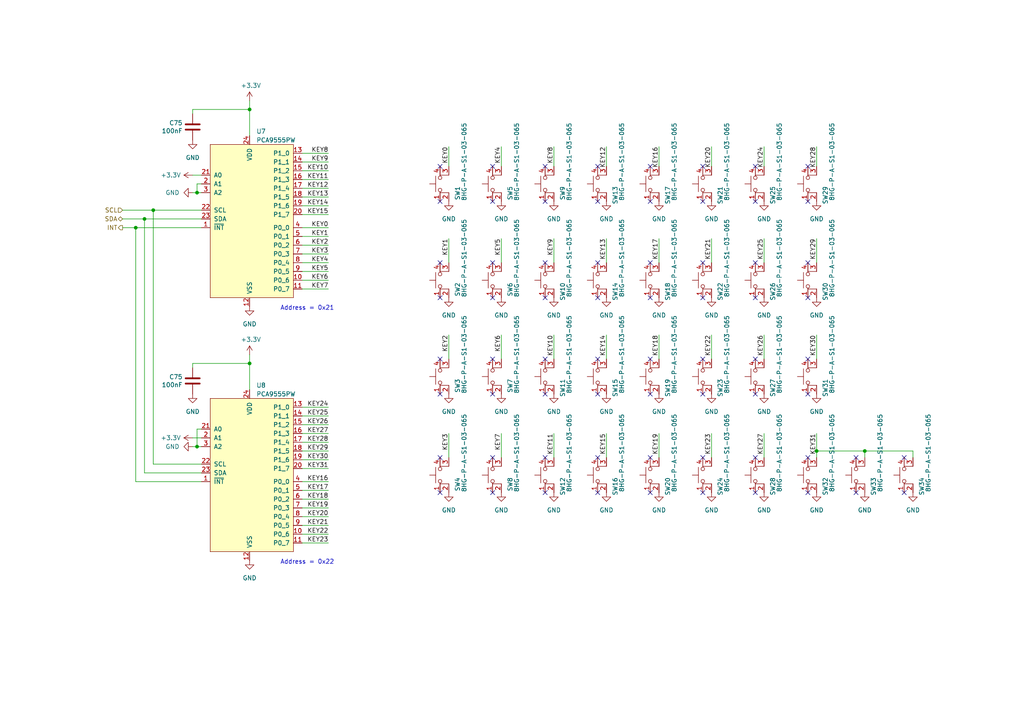
<source format=kicad_sch>
(kicad_sch (version 20230409) (generator eeschema)
  (paper "A4")
  (lib_symbols
    (symbol "Device:C" (pin_numbers hide) (pin_names (offset 0.254))
      (property "Reference" "C" (at 0.635 2.54 0))
      (property "Value" "C" (at 0.635 -2.54 0))
      (symbol "C_0_1"
        (polyline (pts (xy -2.032 -0.762) (xy 2.032 -0.762)) (stroke (width 0.508)))
        (polyline (pts (xy -2.032 0.762) (xy 2.032 0.762)) (stroke (width 0.508)))
      )
      (symbol "C_1_1"
        (pin passive line (at 0 3.81 270) (length 2.794) (name "~") (number "1"))
        (pin passive line (at 0 -3.81 90) (length 2.794) (name "~") (number "2"))
      )
    )
    (symbol "j_Interface_Expansion:PCA9555" (pin_names (offset 1.016))
      (property "Reference" "U" (at 0 0 0))
      (property "Value" "PCA9555" (at 0 -3.81 0))
      (symbol "PCA9555_0_1"
        (rectangle (start 12.7 21.59) (end -11.43 -22.86) (fill (type background)))
      )
      (symbol "PCA9555_1_1"
        (pin open_collector line (at -13.97 -2.54 0) (length 2.54) (name "~{INT}") (number "1"))
        (pin bidirectional line (at 15.24 -17.78 180) (length 2.54) (name "P0_6") (number "10"))
        (pin bidirectional line (at 15.24 -20.32 180) (length 2.54) (name "P0_7") (number "11"))
        (pin power_in line (at 0 -25.4 90) (length 2.54) (name "VSS") (number "12"))
        (pin bidirectional line (at 15.24 19.05 180) (length 2.54) (name "P1_0") (number "13"))
        (pin bidirectional line (at 15.24 16.51 180) (length 2.54) (name "P1_1") (number "14"))
        (pin bidirectional line (at 15.24 13.97 180) (length 2.54) (name "P1_2") (number "15"))
        (pin bidirectional line (at 15.24 11.43 180) (length 2.54) (name "P1_3") (number "16"))
        (pin bidirectional line (at 15.24 8.89 180) (length 2.54) (name "P1_4") (number "17"))
        (pin bidirectional line (at 15.24 6.35 180) (length 2.54) (name "P1_5") (number "18"))
        (pin bidirectional line (at 15.24 3.81 180) (length 2.54) (name "P1_6") (number "19"))
        (pin input line (at -13.97 10.16 0) (length 2.54) (name "A1") (number "2"))
        (pin bidirectional line (at 15.24 1.27 180) (length 2.54) (name "P1_7") (number "20"))
        (pin input line (at -13.97 12.7 0) (length 2.54) (name "A0") (number "21"))
        (pin input line (at -13.97 2.54 0) (length 2.54) (name "SCL") (number "22"))
        (pin bidirectional line (at -13.97 0 0) (length 2.54) (name "SDA") (number "23"))
        (pin power_in line (at 0 24.13 270) (length 2.54) (name "VDD") (number "24"))
        (pin input line (at -13.97 7.62 0) (length 2.54) (name "A2") (number "3"))
        (pin bidirectional line (at 15.24 -2.54 180) (length 2.54) (name "P0_0") (number "4"))
        (pin bidirectional line (at 15.24 -5.08 180) (length 2.54) (name "P0_1") (number "5"))
        (pin bidirectional line (at 15.24 -7.62 180) (length 2.54) (name "P0_2") (number "6"))
        (pin bidirectional line (at 15.24 -10.16 180) (length 2.54) (name "P0_3") (number "7"))
        (pin bidirectional line (at 15.24 -12.7 180) (length 2.54) (name "P0_4") (number "8"))
        (pin bidirectional line (at 15.24 -15.24 180) (length 2.54) (name "P0_5") (number "9"))
      )
    )
    (symbol "j_Switch:8HG" (pin_names (offset 1.016) hide)
      (property "Reference" "SW" (at 0.635 5.715 0))
      (property "Value" "8HG" (at 0 -3.175 0))
      (symbol "8HG_0_1"
        (circle (center -1.778 2.54) (radius 0.508))
        (polyline (pts (xy -2.286 3.81) (xy 2.286 3.81)))
        (polyline (pts (xy 0 3.81) (xy 0 5.588)))
        (polyline (pts (xy -2.54 0) (xy -2.54 2.54) (xy -2.286 2.54)))
        (polyline (pts (xy 2.54 0) (xy 2.54 2.54) (xy 2.286 2.54)))
        (circle (center 1.778 2.54) (radius 0.508))
        (pin passive line (at -5.08 2.54 0) (length 2.54) (name "1") (number "1"))
        (pin passive line (at -5.08 0 0) (length 2.54) (name "2") (number "2"))
        (pin passive line (at 5.08 0 180) (length 2.54) (name "K") (number "3"))
        (pin passive line (at 5.08 2.54 180) (length 2.54) (name "A") (number "4"))
      )
    )
    (symbol "power:+3.3V" (power) (pin_names (offset 0))
      (property "Value" "+3.3V" (at 0 3.556 0))
      (symbol "+3.3V_0_1"
        (polyline (pts (xy -0.762 1.27) (xy 0 2.54)))
        (polyline (pts (xy 0 0) (xy 0 2.54)))
        (polyline (pts (xy 0 2.54) (xy 0.762 1.27)))
      )
      (symbol "+3.3V_1_1"
        (pin power_in line (at 0 0 90) (length 0) hide (name "+3.3V") (number "1"))
      )
    )
    (symbol "power:GND" (power) (pin_names (offset 0))
      (property "Value" "GND" (at 0 -3.81 0))
      (symbol "GND_0_1"
        (polyline (pts (xy 0 0) (xy 0 -1.27) (xy 1.27 -1.27) (xy 0 -2.54) (xy -1.27 -1.27) (xy 0 -1.27)))
      )
      (symbol "GND_1_1"
        (pin power_in line (at 0 0 270) (length 0) hide (name "GND") (number "1"))
      )
    )
  )
  (junction (at 44.45 60.96))
  (junction (at 41.91 63.5))
  (junction (at 72.39 105.41))
  (junction (at 250.825 130.81))
  (junction (at 57.15 55.88))
  (junction (at 57.15 129.54))
  (junction (at 39.37 66.04))
  (junction (at 236.855 130.81))
  (junction (at 72.39 31.75))
  (no_connect (at 142.875 132.715))
  (no_connect (at 127.635 48.26))
  (no_connect (at 203.835 58.42))
  (no_connect (at 203.835 114.3))
  (no_connect (at 127.635 132.715))
  (no_connect (at 203.835 132.715))
  (no_connect (at 142.875 58.42))
  (no_connect (at 158.115 114.3))
  (no_connect (at 262.255 132.715))
  (no_connect (at 142.875 76.2))
  (no_connect (at 158.115 132.715))
  (no_connect (at 248.285 132.715))
  (no_connect (at 219.075 114.3))
  (no_connect (at 203.835 86.36))
  (no_connect (at 234.315 114.3))
  (no_connect (at 203.835 48.26))
  (no_connect (at 219.075 76.2))
  (no_connect (at 219.075 132.715))
  (no_connect (at 173.355 142.875))
  (no_connect (at 188.595 58.42))
  (no_connect (at 219.075 58.42))
  (no_connect (at 234.315 104.14))
  (no_connect (at 127.635 114.3))
  (no_connect (at 203.835 104.14))
  (no_connect (at 188.595 76.2))
  (no_connect (at 158.115 86.36))
  (no_connect (at 158.115 104.14))
  (no_connect (at 127.635 104.14))
  (no_connect (at 188.595 142.875))
  (no_connect (at 142.875 48.26))
  (no_connect (at 173.355 48.26))
  (no_connect (at 173.355 58.42))
  (no_connect (at 219.075 104.14))
  (no_connect (at 158.115 142.875))
  (no_connect (at 158.115 76.2))
  (no_connect (at 173.355 104.14))
  (no_connect (at 203.835 142.875))
  (no_connect (at 234.315 86.36))
  (no_connect (at 158.115 48.26))
  (no_connect (at 142.875 114.3))
  (no_connect (at 234.315 132.715))
  (no_connect (at 158.115 58.42))
  (no_connect (at 188.595 114.3))
  (no_connect (at 173.355 76.2))
  (no_connect (at 127.635 76.2))
  (no_connect (at 142.875 104.14))
  (no_connect (at 234.315 48.26))
  (no_connect (at 188.595 86.36))
  (no_connect (at 234.315 76.2))
  (no_connect (at 219.075 48.26))
  (no_connect (at 173.355 114.3))
  (no_connect (at 173.355 132.715))
  (no_connect (at 203.835 76.2))
  (no_connect (at 219.075 142.875))
  (no_connect (at 234.315 58.42))
  (no_connect (at 142.875 86.36))
  (no_connect (at 188.595 48.26))
  (no_connect (at 188.595 104.14))
  (no_connect (at 262.255 142.875))
  (no_connect (at 219.075 86.36))
  (no_connect (at 173.355 86.36))
  (no_connect (at 127.635 86.36))
  (no_connect (at 248.285 142.875))
  (no_connect (at 142.875 142.875))
  (no_connect (at 127.635 142.875))
  (no_connect (at 234.315 142.875))
  (no_connect (at 188.595 132.715))
  (no_connect (at 127.635 58.42))
  (wire (pts (xy 95.25 78.74) (xy 87.63 78.74)))
  (wire (pts (xy 191.135 125.73) (xy 191.135 132.715)))
  (wire (pts (xy 130.175 42.545) (xy 130.175 48.26)))
  (wire (pts (xy 57.15 124.46) (xy 58.42 124.46)))
  (wire (pts (xy 39.37 66.04) (xy 58.42 66.04)))
  (wire (pts (xy 95.25 130.81) (xy 87.63 130.81)))
  (wire (pts (xy 35.56 60.96) (xy 44.45 60.96)))
  (wire (pts (xy 206.375 125.73) (xy 206.375 132.715)))
  (wire (pts (xy 39.37 66.04) (xy 39.37 139.7)))
  (wire (pts (xy 95.25 68.58) (xy 87.63 68.58)))
  (wire (pts (xy 57.15 53.34) (xy 57.15 55.88)))
  (wire (pts (xy 57.15 129.54) (xy 57.15 124.46)))
  (wire (pts (xy 95.25 144.78) (xy 87.63 144.78)))
  (wire (pts (xy 236.855 125.73) (xy 236.855 130.81)))
  (wire (pts (xy 95.25 46.99) (xy 87.63 46.99)))
  (wire (pts (xy 145.415 97.155) (xy 145.415 104.14)))
  (wire (pts (xy 95.25 66.04) (xy 87.63 66.04)))
  (wire (pts (xy 160.655 97.155) (xy 160.655 104.14)))
  (wire (pts (xy 95.25 139.7) (xy 87.63 139.7)))
  (wire (pts (xy 95.25 54.61) (xy 87.63 54.61)))
  (wire (pts (xy 236.855 42.545) (xy 236.855 48.26)))
  (wire (pts (xy 35.56 63.5) (xy 41.91 63.5)))
  (wire (pts (xy 191.135 69.215) (xy 191.135 76.2)))
  (wire (pts (xy 191.135 42.545) (xy 191.135 48.26)))
  (wire (pts (xy 95.25 76.2) (xy 87.63 76.2)))
  (wire (pts (xy 95.25 154.94) (xy 87.63 154.94)))
  (wire (pts (xy 95.25 81.28) (xy 87.63 81.28)))
  (wire (pts (xy 160.655 42.545) (xy 160.655 48.26)))
  (wire (pts (xy 57.15 129.54) (xy 55.88 129.54)))
  (wire (pts (xy 44.45 60.96) (xy 44.45 134.62)))
  (wire (pts (xy 236.855 69.215) (xy 236.855 76.2)))
  (wire (pts (xy 145.415 69.215) (xy 145.415 76.2)))
  (wire (pts (xy 175.895 42.545) (xy 175.895 48.26)))
  (wire (pts (xy 55.88 105.41) (xy 72.39 105.41)))
  (wire (pts (xy 206.375 97.155) (xy 206.375 104.14)))
  (wire (pts (xy 72.39 31.75) (xy 72.39 39.37)))
  (wire (pts (xy 95.25 120.65) (xy 87.63 120.65)))
  (wire (pts (xy 95.25 123.19) (xy 87.63 123.19)))
  (wire (pts (xy 58.42 137.16) (xy 41.91 137.16)))
  (wire (pts (xy 160.655 69.215) (xy 160.655 76.2)))
  (wire (pts (xy 95.25 59.69) (xy 87.63 59.69)))
  (wire (pts (xy 44.45 60.96) (xy 58.42 60.96)))
  (wire (pts (xy 95.25 125.73) (xy 87.63 125.73)))
  (wire (pts (xy 35.56 66.04) (xy 39.37 66.04)))
  (wire (pts (xy 130.175 125.73) (xy 130.175 132.715)))
  (wire (pts (xy 95.25 44.45) (xy 87.63 44.45)))
  (wire (pts (xy 236.855 130.81) (xy 250.825 130.81)))
  (wire (pts (xy 95.25 52.07) (xy 87.63 52.07)))
  (wire (pts (xy 95.25 118.11) (xy 87.63 118.11)))
  (wire (pts (xy 145.415 125.73) (xy 145.415 132.715)))
  (wire (pts (xy 95.25 73.66) (xy 87.63 73.66)))
  (wire (pts (xy 55.88 55.88) (xy 57.15 55.88)))
  (wire (pts (xy 95.25 83.82) (xy 87.63 83.82)))
  (wire (pts (xy 221.615 69.215) (xy 221.615 76.2)))
  (wire (pts (xy 72.39 105.41) (xy 72.39 113.03)))
  (wire (pts (xy 175.895 97.155) (xy 175.895 104.14)))
  (wire (pts (xy 55.88 105.41) (xy 55.88 106.68)))
  (wire (pts (xy 95.25 157.48) (xy 87.63 157.48)))
  (wire (pts (xy 206.375 42.545) (xy 206.375 48.26)))
  (wire (pts (xy 58.42 139.7) (xy 39.37 139.7)))
  (wire (pts (xy 55.88 127) (xy 58.42 127)))
  (wire (pts (xy 58.42 129.54) (xy 57.15 129.54)))
  (wire (pts (xy 95.25 142.24) (xy 87.63 142.24)))
  (wire (pts (xy 130.175 97.155) (xy 130.175 104.14)))
  (wire (pts (xy 41.91 63.5) (xy 41.91 137.16)))
  (wire (pts (xy 95.25 71.12) (xy 87.63 71.12)))
  (wire (pts (xy 95.25 149.86) (xy 87.63 149.86)))
  (wire (pts (xy 175.895 125.73) (xy 175.895 132.715)))
  (wire (pts (xy 95.25 49.53) (xy 87.63 49.53)))
  (wire (pts (xy 221.615 97.155) (xy 221.615 104.14)))
  (wire (pts (xy 55.88 31.75) (xy 55.88 33.02)))
  (wire (pts (xy 72.39 29.21) (xy 72.39 31.75)))
  (wire (pts (xy 191.135 97.155) (xy 191.135 104.14)))
  (wire (pts (xy 95.25 133.35) (xy 87.63 133.35)))
  (wire (pts (xy 175.895 69.215) (xy 175.895 76.2)))
  (wire (pts (xy 95.25 57.15) (xy 87.63 57.15)))
  (wire (pts (xy 221.615 125.73) (xy 221.615 132.715)))
  (wire (pts (xy 160.655 125.73) (xy 160.655 132.715)))
  (wire (pts (xy 250.825 130.81) (xy 250.825 132.715)))
  (wire (pts (xy 72.39 102.87) (xy 72.39 105.41)))
  (wire (pts (xy 95.25 62.23) (xy 87.63 62.23)))
  (wire (pts (xy 130.175 69.215) (xy 130.175 76.2)))
  (wire (pts (xy 145.415 42.545) (xy 145.415 48.26)))
  (wire (pts (xy 236.855 130.81) (xy 236.855 132.715)))
  (wire (pts (xy 58.42 53.34) (xy 57.15 53.34)))
  (wire (pts (xy 41.91 63.5) (xy 58.42 63.5)))
  (wire (pts (xy 44.45 134.62) (xy 58.42 134.62)))
  (wire (pts (xy 95.25 147.32) (xy 87.63 147.32)))
  (wire (pts (xy 55.88 50.8) (xy 58.42 50.8)))
  (wire (pts (xy 236.855 97.155) (xy 236.855 104.14)))
  (wire (pts (xy 264.795 130.81) (xy 250.825 130.81)))
  (wire (pts (xy 264.795 132.715) (xy 264.795 130.81)))
  (wire (pts (xy 95.25 152.4) (xy 87.63 152.4)))
  (wire (pts (xy 95.25 135.89) (xy 87.63 135.89)))
  (wire (pts (xy 206.375 69.215) (xy 206.375 76.2)))
  (wire (pts (xy 95.25 128.27) (xy 87.63 128.27)))
  (wire (pts (xy 57.15 55.88) (xy 58.42 55.88)))
  (wire (pts (xy 221.615 42.545) (xy 221.615 48.26)))
  (wire (pts (xy 55.88 31.75) (xy 72.39 31.75)))
  (text "Address = 0x21" (at 81.28 90.17 0) (effects (font (size 1.27 1.27)) (justify left bottom)))
  (text "Address = 0x22" (at 81.28 163.83 0) (effects (font (size 1.27 1.27)) (justify left bottom)))
  (label "KEY15" (at 95.25 62.23 180))
  (label "KEY28" (at 236.855 42.545 270))
  (label "KEY9" (at 95.25 46.99 180))
  (label "KEY21" (at 95.25 152.4 180))
  (label "KEY8" (at 95.25 44.45 180))
  (label "KEY14" (at 95.25 59.69 180))
  (label "KEY27" (at 221.615 125.73 270))
  (label "KEY29" (at 236.855 69.215 270))
  (label "KEY21" (at 206.375 69.215 270))
  (label "KEY7" (at 145.415 125.73 270))
  (label "KEY20" (at 206.375 42.545 270))
  (label "KEY15" (at 175.895 125.73 270))
  (label "KEY13" (at 175.895 69.215 270))
  (label "KEY22" (at 206.375 97.155 270))
  (label "KEY29" (at 95.25 130.81 180))
  (label "KEY2" (at 95.25 71.12 180))
  (label "KEY25" (at 221.615 69.215 270))
  (label "KEY4" (at 95.25 76.2 180))
  (label "KEY28" (at 95.25 128.27 180))
  (label "KEY31" (at 236.855 125.73 270))
  (label "KEY10" (at 95.25 49.53 180))
  (label "KEY12" (at 175.895 42.545 270))
  (label "KEY19" (at 95.25 147.32 180))
  (label "KEY7" (at 95.25 83.82 180))
  (label "KEY12" (at 95.25 54.61 180))
  (label "KEY4" (at 145.415 42.545 270))
  (label "KEY27" (at 95.25 125.73 180))
  (label "KEY9" (at 160.655 69.215 270))
  (label "KEY17" (at 191.135 69.215 270))
  (label "KEY8" (at 160.655 42.545 270))
  (label "KEY17" (at 95.25 142.24 180))
  (label "KEY3" (at 130.175 125.73 270))
  (label "KEY14" (at 175.895 97.155 270))
  (label "KEY6" (at 95.25 81.28 180))
  (label "KEY6" (at 145.415 97.155 270))
  (label "KEY16" (at 95.25 139.7 180))
  (label "KEY1" (at 130.175 69.215 270))
  (label "KEY2" (at 130.175 97.155 270))
  (label "KEY5" (at 145.415 69.215 270))
  (label "KEY11" (at 95.25 52.07 180))
  (label "KEY31" (at 95.25 135.89 180))
  (label "KEY11" (at 160.655 125.73 270))
  (label "KEY24" (at 221.615 42.545 270))
  (label "KEY23" (at 206.375 125.73 270))
  (label "KEY5" (at 95.25 78.74 180))
  (label "KEY19" (at 191.135 125.73 270))
  (label "KEY18" (at 95.25 144.78 180))
  (label "KEY20" (at 95.25 149.86 180))
  (label "KEY24" (at 95.25 118.11 180))
  (label "KEY30" (at 95.25 133.35 180))
  (label "KEY25" (at 95.25 120.65 180))
  (label "KEY1" (at 95.25 68.58 180))
  (label "KEY0" (at 95.25 66.04 180))
  (label "KEY10" (at 160.655 97.155 270))
  (label "KEY13" (at 95.25 57.15 180))
  (label "KEY26" (at 221.615 97.155 270))
  (label "KEY26" (at 95.25 123.19 180))
  (label "KEY23" (at 95.25 157.48 180))
  (label "KEY16" (at 191.135 42.545 270))
  (label "KEY18" (at 191.135 97.155 270))
  (label "KEY22" (at 95.25 154.94 180))
  (label "KEY0" (at 130.175 42.545 270))
  (label "KEY3" (at 95.25 73.66 180))
  (label "KEY30" (at 236.855 97.155 270))
  (hierarchical_label "SCL" (shape input) (at 35.56 60.96 180))
  (hierarchical_label "SDA" (shape bidirectional) (at 35.56 63.5 180))
  (hierarchical_label "INT" (shape output) (at 35.56 66.04 180))
  (symbol (lib_id "j_Switch:8HG") (at 206.375 109.22 90) (unit 1)
    (property "Reference" "SW23" (at 208.915 109.855 0) (effects (justify right)))
    (property "Value" "8HG-P-A-S1-03-065" (at 210.82 91.44 0) (effects (justify right)))
    (property "Footprint" "jeffmakes-footprints:SW_SPST_TACT_6x6_REV_MOUNT" (effects hide))
    (property "Datasheet" "http://www.apem.com/int/index.php?controller=attachment&id_attachment=1371" (effects hide))
    (property "Manufacturer" "Laxxscom" (effects hide))
    (property "MPN" "8HG" (effects hide))
  )
  (symbol (lib_id "j_Switch:8HG") (at 145.415 109.22 90) (unit 1)
    (property "Reference" "SW7" (at 147.955 109.855 0) (effects (justify right)))
    (property "Value" "8HG-P-A-S1-03-065" (at 149.86 91.44 0) (effects (justify right)))
    (property "Footprint" "jeffmakes-footprints:SW_SPST_TACT_6x6_REV_MOUNT" (effects hide))
    (property "Datasheet" "http://www.apem.com/int/index.php?controller=attachment&id_attachment=1371" (effects hide))
    (property "Manufacturer" "Laxxscom" (effects hide))
    (property "MPN" "8HG" (effects hide))
  )
  (symbol (lib_id "power:GND") (at 160.655 142.875 0) (unit 1)
    (property "Reference" "#PWR0111" (effects hide))
    (property "Value" "GND" (at 160.655 147.955 0))
  )
  (symbol (lib_id "Device:C") (at 55.88 110.49 0) (mirror y) (unit 1)
    (property "Reference" "C75" (at 52.959 109.3216 0) (effects (justify left)))
    (property "Value" "100nF" (at 52.959 111.633 0) (effects (justify left)))
    (property "Footprint" "Capacitor_SMD:C_0402_1005Metric" (effects hide))
    (instances (project "tr23-badge-r2" (path "" (reference "C75") (unit 1)) (path "" (reference "C40") (unit 1))))
  )
  (symbol (lib_id "j_Switch:8HG") (at 221.615 81.28 90) (unit 1)
    (property "Reference" "SW26" (at 224.155 81.915 0) (effects (justify right)))
    (property "Value" "8HG-P-A-S1-03-065" (at 226.06 63.5 0) (effects (justify right)))
    (property "Footprint" "jeffmakes-footprints:SW_SPST_TACT_6x6_REV_MOUNT" (effects hide))
    (property "Datasheet" "http://www.apem.com/int/index.php?controller=attachment&id_attachment=1371" (effects hide))
    (property "Manufacturer" "Laxxscom" (effects hide))
    (property "MPN" "8HG" (effects hide))
  )
  (symbol (lib_id "j_Switch:8HG") (at 175.895 53.34 90) (unit 1)
    (property "Reference" "SW13" (at 178.435 53.975 0) (effects (justify right)))
    (property "Value" "8HG-P-A-S1-03-065" (at 180.34 35.56 0) (effects (justify right)))
    (property "Footprint" "jeffmakes-footprints:SW_SPST_TACT_6x6_REV_MOUNT" (effects hide))
    (property "Datasheet" "http://www.apem.com/int/index.php?controller=attachment&id_attachment=1371" (effects hide))
    (property "Manufacturer" "Laxxscom" (effects hide))
    (property "MPN" "8HG" (effects hide))
  )
  (symbol (lib_id "power:GND") (at 206.375 114.3 0) (unit 1)
    (property "Reference" "#PWR0122" (effects hide))
    (property "Value" "GND" (at 206.375 119.38 0))
  )
  (symbol (lib_id "power:GND") (at 236.855 58.42 0) (unit 1)
    (property "Reference" "#PWR0128" (effects hide))
    (property "Value" "GND" (at 236.855 63.5 0))
  )
  (symbol (lib_id "power:GND") (at 55.88 55.88 270) (unit 1)
    (property "Reference" "#PWR092" (effects hide))
    (property "Value" "GND" (at 52.07 55.88 90) (effects (justify right)))
  )
  (symbol (lib_id "j_Switch:8HG") (at 175.895 109.22 90) (unit 1)
    (property "Reference" "SW15" (at 178.435 109.855 0) (effects (justify right)))
    (property "Value" "8HG-P-A-S1-03-065" (at 180.34 91.44 0) (effects (justify right)))
    (property "Footprint" "jeffmakes-footprints:SW_SPST_TACT_6x6_REV_MOUNT" (effects hide))
    (property "Datasheet" "http://www.apem.com/int/index.php?controller=attachment&id_attachment=1371" (effects hide))
    (property "Manufacturer" "Laxxscom" (effects hide))
    (property "MPN" "8HG" (effects hide))
  )
  (symbol (lib_id "j_Switch:8HG") (at 264.795 137.795 90) (unit 1)
    (property "Reference" "SW34" (at 267.335 138.43 0) (effects (justify right)))
    (property "Value" "8HG-P-A-S1-03-065" (at 269.24 120.015 0) (effects (justify right)))
    (property "Footprint" "jeffmakes-footprints:SW_SPST_TACT_6x6_REV_MOUNT" (effects hide))
    (property "Datasheet" "http://www.apem.com/int/index.php?controller=attachment&id_attachment=1371" (effects hide))
    (property "Manufacturer" "Laxxscom" (effects hide))
    (property "MPN" "8HG" (effects hide))
  )
  (symbol (lib_id "j_Switch:8HG") (at 160.655 109.22 90) (unit 1)
    (property "Reference" "SW11" (at 163.195 109.855 0) (effects (justify right)))
    (property "Value" "8HG-P-A-S1-03-065" (at 165.1 91.44 0) (effects (justify right)))
    (property "Footprint" "jeffmakes-footprints:SW_SPST_TACT_6x6_REV_MOUNT" (effects hide))
    (property "Datasheet" "http://www.apem.com/int/index.php?controller=attachment&id_attachment=1371" (effects hide))
    (property "Manufacturer" "Laxxscom" (effects hide))
    (property "MPN" "8HG" (effects hide))
  )
  (symbol (lib_id "power:GND") (at 160.655 86.36 0) (unit 1)
    (property "Reference" "#PWR0109" (effects hide))
    (property "Value" "GND" (at 160.655 91.44 0))
  )
  (symbol (lib_id "j_Switch:8HG") (at 221.615 109.22 90) (unit 1)
    (property "Reference" "SW27" (at 224.155 109.855 0) (effects (justify right)))
    (property "Value" "8HG-P-A-S1-03-065" (at 226.06 91.44 0) (effects (justify right)))
    (property "Footprint" "jeffmakes-footprints:SW_SPST_TACT_6x6_REV_MOUNT" (effects hide))
    (property "Datasheet" "http://www.apem.com/int/index.php?controller=attachment&id_attachment=1371" (effects hide))
    (property "Manufacturer" "Laxxscom" (effects hide))
    (property "MPN" "8HG" (effects hide))
  )
  (symbol (lib_id "power:GND") (at 145.415 142.875 0) (unit 1)
    (property "Reference" "#PWR0107" (effects hide))
    (property "Value" "GND" (at 145.415 147.955 0))
  )
  (symbol (lib_id "power:GND") (at 55.88 129.54 270) (unit 1)
    (property "Reference" "#PWR095" (effects hide))
    (property "Value" "GND" (at 52.07 129.54 90) (effects (justify right)))
  )
  (symbol (lib_id "j_Switch:8HG") (at 221.615 137.795 90) (unit 1)
    (property "Reference" "SW28" (at 224.155 138.43 0) (effects (justify right)))
    (property "Value" "8HG-P-A-S1-03-065" (at 226.06 120.015 0) (effects (justify right)))
    (property "Footprint" "jeffmakes-footprints:SW_SPST_TACT_6x6_REV_MOUNT" (effects hide))
    (property "Datasheet" "http://www.apem.com/int/index.php?controller=attachment&id_attachment=1371" (effects hide))
    (property "Manufacturer" "Laxxscom" (effects hide))
    (property "MPN" "8HG" (effects hide))
  )
  (symbol (lib_id "power:GND") (at 175.895 142.875 0) (unit 1)
    (property "Reference" "#PWR0115" (effects hide))
    (property "Value" "GND" (at 175.895 147.955 0))
  )
  (symbol (lib_id "power:GND") (at 130.175 58.42 0) (unit 1)
    (property "Reference" "#PWR0100" (effects hide))
    (property "Value" "GND" (at 130.175 63.5 0))
  )
  (symbol (lib_id "j_Switch:8HG") (at 221.615 53.34 90) (unit 1)
    (property "Reference" "SW25" (at 224.155 53.975 0) (effects (justify right)))
    (property "Value" "8HG-P-A-S1-03-065" (at 226.06 35.56 0) (effects (justify right)))
    (property "Footprint" "jeffmakes-footprints:SW_SPST_TACT_6x6_REV_MOUNT" (effects hide))
    (property "Datasheet" "http://www.apem.com/int/index.php?controller=attachment&id_attachment=1371" (effects hide))
    (property "Manufacturer" "Laxxscom" (effects hide))
    (property "MPN" "8HG" (effects hide))
  )
  (symbol (lib_id "power:GND") (at 236.855 142.875 0) (unit 1)
    (property "Reference" "#PWR0131" (effects hide))
    (property "Value" "GND" (at 236.855 147.955 0))
  )
  (symbol (lib_id "j_Switch:8HG") (at 236.855 109.22 90) (unit 1)
    (property "Reference" "SW31" (at 239.395 109.855 0) (effects (justify right)))
    (property "Value" "8HG-P-A-S1-03-065" (at 241.3 91.44 0) (effects (justify right)))
    (property "Footprint" "jeffmakes-footprints:SW_SPST_TACT_6x6_REV_MOUNT" (effects hide))
    (property "Datasheet" "http://www.apem.com/int/index.php?controller=attachment&id_attachment=1371" (effects hide))
    (property "Manufacturer" "Laxxscom" (effects hide))
    (property "MPN" "8HG" (effects hide))
  )
  (symbol (lib_id "power:GND") (at 145.415 114.3 0) (unit 1)
    (property "Reference" "#PWR0106" (effects hide))
    (property "Value" "GND" (at 145.415 119.38 0))
  )
  (symbol (lib_id "j_Switch:8HG") (at 175.895 81.28 90) (unit 1)
    (property "Reference" "SW14" (at 178.435 81.915 0) (effects (justify right)))
    (property "Value" "8HG-P-A-S1-03-065" (at 180.34 63.5 0) (effects (justify right)))
    (property "Footprint" "jeffmakes-footprints:SW_SPST_TACT_6x6_REV_MOUNT" (effects hide))
    (property "Datasheet" "http://www.apem.com/int/index.php?controller=attachment&id_attachment=1371" (effects hide))
    (property "Manufacturer" "Laxxscom" (effects hide))
    (property "MPN" "8HG" (effects hide))
  )
  (symbol (lib_id "j_Switch:8HG") (at 175.895 137.795 90) (unit 1)
    (property "Reference" "SW16" (at 178.435 138.43 0) (effects (justify right)))
    (property "Value" "8HG-P-A-S1-03-065" (at 180.34 120.015 0) (effects (justify right)))
    (property "Footprint" "jeffmakes-footprints:SW_SPST_TACT_6x6_REV_MOUNT" (effects hide))
    (property "Datasheet" "http://www.apem.com/int/index.php?controller=attachment&id_attachment=1371" (effects hide))
    (property "Manufacturer" "Laxxscom" (effects hide))
    (property "MPN" "8HG" (effects hide))
  )
  (symbol (lib_id "j_Interface_Expansion:PCA9555") (at 72.39 137.16 0) (unit 1)
    (property "Reference" "U8" (at 74.3459 111.76 0) (effects (justify left)))
    (property "Value" "PCA9555PW" (at 74.3459 114.3 0) (effects (justify left)))
    (property "Footprint" "Package_SO:TSSOP-24_4.4x7.8mm_P0.65mm" (effects hide))
    (property "MPN" "PCA9555PW" (effects hide))
    (property "LCSC" "C128392" (effects hide))
    (property "Manufacturer" "Texas Instruments" (effects hide))
  )
  (symbol (lib_id "j_Interface_Expansion:PCA9555") (at 72.39 63.5 0) (unit 1)
    (property "Reference" "U7" (at 74.3459 38.1 0) (effects (justify left)))
    (property "Value" "PCA9555PW" (at 74.3459 40.64 0) (effects (justify left)))
    (property "Footprint" "Package_SO:TSSOP-24_4.4x7.8mm_P0.65mm" (effects hide))
    (property "MPN" "PCA9555PW" (effects hide))
    (property "LCSC" "C128392" (effects hide))
    (property "Manufacturer" "Texas Instruments" (effects hide))
  )
  (symbol (lib_id "j_Switch:8HG") (at 145.415 137.795 90) (unit 1)
    (property "Reference" "SW8" (at 147.955 138.43 0) (effects (justify right)))
    (property "Value" "8HG-P-A-S1-03-065" (at 149.86 120.015 0) (effects (justify right)))
    (property "Footprint" "jeffmakes-footprints:SW_SPST_TACT_6x6_REV_MOUNT" (effects hide))
    (property "Datasheet" "http://www.apem.com/int/index.php?controller=attachment&id_attachment=1371" (effects hide))
    (property "Manufacturer" "Laxxscom" (effects hide))
    (property "MPN" "8HG" (effects hide))
  )
  (symbol (lib_id "power:GND") (at 191.135 58.42 0) (unit 1)
    (property "Reference" "#PWR0116" (effects hide))
    (property "Value" "GND" (at 191.135 63.5 0))
  )
  (symbol (lib_id "power:+3.3V") (at 72.39 29.21 0) (unit 1)
    (property "Reference" "#PWR038" (effects hide))
    (property "Value" "+3.3V" (at 72.771 24.8158 0))
    (instances (project "tr23-badge-r2" (path "" (reference "#PWR038") (unit 1)) (path "" (reference "#PWR096") (unit 1))))
  )
  (symbol (lib_id "j_Switch:8HG") (at 160.655 137.795 90) (unit 1)
    (property "Reference" "SW12" (at 163.195 138.43 0) (effects (justify right)))
    (property "Value" "8HG-P-A-S1-03-065" (at 165.1 120.015 0) (effects (justify right)))
    (property "Footprint" "jeffmakes-footprints:SW_SPST_TACT_6x6_REV_MOUNT" (effects hide))
    (property "Datasheet" "http://www.apem.com/int/index.php?controller=attachment&id_attachment=1371" (effects hide))
    (property "Manufacturer" "Laxxscom" (effects hide))
    (property "MPN" "8HG" (effects hide))
  )
  (symbol (lib_id "power:GND") (at 175.895 114.3 0) (unit 1)
    (property "Reference" "#PWR0114" (effects hide))
    (property "Value" "GND" (at 175.895 119.38 0))
  )
  (symbol (lib_id "j_Switch:8HG") (at 250.825 137.795 90) (unit 1)
    (property "Reference" "SW33" (at 253.365 138.43 0) (effects (justify right)))
    (property "Value" "8HG-P-A-S1-03-065" (at 255.27 120.015 0) (effects (justify right)))
    (property "Footprint" "jeffmakes-footprints:SW_SPST_TACT_6x6_REV_MOUNT" (effects hide))
    (property "Datasheet" "http://www.apem.com/int/index.php?controller=attachment&id_attachment=1371" (effects hide))
    (property "Manufacturer" "Laxxscom" (effects hide))
    (property "MPN" "8HG" (effects hide))
  )
  (symbol (lib_id "power:GND") (at 130.175 114.3 0) (unit 1)
    (property "Reference" "#PWR0102" (effects hide))
    (property "Value" "GND" (at 130.175 119.38 0))
  )
  (symbol (lib_id "power:GND") (at 206.375 86.36 0) (unit 1)
    (property "Reference" "#PWR0121" (effects hide))
    (property "Value" "GND" (at 206.375 91.44 0))
  )
  (symbol (lib_id "power:GND") (at 264.795 142.875 0) (unit 1)
    (property "Reference" "#PWR0153" (effects hide))
    (property "Value" "GND" (at 264.795 147.955 0))
  )
  (symbol (lib_id "j_Switch:8HG") (at 130.175 81.28 90) (unit 1)
    (property "Reference" "SW2" (at 132.715 81.915 0) (effects (justify right)))
    (property "Value" "8HG-P-A-S1-03-065" (at 134.62 63.5 0) (effects (justify right)))
    (property "Footprint" "jeffmakes-footprints:SW_SPST_TACT_6x6_REV_MOUNT" (effects hide))
    (property "Datasheet" "http://www.apem.com/int/index.php?controller=attachment&id_attachment=1371" (effects hide))
    (property "Manufacturer" "Laxxscom" (effects hide))
    (property "MPN" "8HG" (effects hide))
  )
  (symbol (lib_id "power:+3.3V") (at 55.88 50.8 90) (unit 1)
    (property "Reference" "#PWR038" (effects hide))
    (property "Value" "+3.3V" (at 49.53 50.8 90))
    (instances (project "tr23-badge-r2" (path "" (reference "#PWR038") (unit 1)) (path "" (reference "#PWR091") (unit 1))))
  )
  (symbol (lib_id "j_Switch:8HG") (at 191.135 109.22 90) (unit 1)
    (property "Reference" "SW19" (at 193.675 109.855 0) (effects (justify right)))
    (property "Value" "8HG-P-A-S1-03-065" (at 195.58 91.44 0) (effects (justify right)))
    (property "Footprint" "jeffmakes-footprints:SW_SPST_TACT_6x6_REV_MOUNT" (effects hide))
    (property "Datasheet" "http://www.apem.com/int/index.php?controller=attachment&id_attachment=1371" (effects hide))
    (property "Manufacturer" "Laxxscom" (effects hide))
    (property "MPN" "8HG" (effects hide))
  )
  (symbol (lib_id "j_Switch:8HG") (at 206.375 53.34 90) (unit 1)
    (property "Reference" "SW21" (at 208.915 53.975 0) (effects (justify right)))
    (property "Value" "8HG-P-A-S1-03-065" (at 210.82 35.56 0) (effects (justify right)))
    (property "Footprint" "jeffmakes-footprints:SW_SPST_TACT_6x6_REV_MOUNT" (effects hide))
    (property "Datasheet" "http://www.apem.com/int/index.php?controller=attachment&id_attachment=1371" (effects hide))
    (property "Manufacturer" "Laxxscom" (effects hide))
    (property "MPN" "8HG" (effects hide))
  )
  (symbol (lib_id "j_Switch:8HG") (at 130.175 137.795 90) (unit 1)
    (property "Reference" "SW4" (at 132.715 138.43 0) (effects (justify right)))
    (property "Value" "8HG-P-A-S1-03-065" (at 134.62 120.015 0) (effects (justify right)))
    (property "Footprint" "jeffmakes-footprints:SW_SPST_TACT_6x6_REV_MOUNT" (effects hide))
    (property "Datasheet" "http://www.apem.com/int/index.php?controller=attachment&id_attachment=1371" (effects hide))
    (property "Manufacturer" "Laxxscom" (effects hide))
    (property "MPN" "8HG" (effects hide))
  )
  (symbol (lib_id "power:GND") (at 145.415 58.42 0) (unit 1)
    (property "Reference" "#PWR0104" (effects hide))
    (property "Value" "GND" (at 145.415 63.5 0))
  )
  (symbol (lib_id "Device:C") (at 55.88 36.83 0) (mirror y) (unit 1)
    (property "Reference" "C75" (at 52.959 35.6616 0) (effects (justify left)))
    (property "Value" "100nF" (at 52.959 37.973 0) (effects (justify left)))
    (property "Footprint" "Capacitor_SMD:C_0402_1005Metric" (effects hide))
    (instances (project "tr23-badge-r2" (path "" (reference "C75") (unit 1)) (path "" (reference "C39") (unit 1))))
  )
  (symbol (lib_id "power:GND") (at 55.88 114.3 0) (unit 1)
    (property "Reference" "#PWR093" (effects hide))
    (property "Value" "GND" (at 55.88 119.38 0))
  )
  (symbol (lib_id "j_Switch:8HG") (at 191.135 81.28 90) (unit 1)
    (property "Reference" "SW18" (at 193.675 81.915 0) (effects (justify right)))
    (property "Value" "8HG-P-A-S1-03-065" (at 195.58 63.5 0) (effects (justify right)))
    (property "Footprint" "jeffmakes-footprints:SW_SPST_TACT_6x6_REV_MOUNT" (effects hide))
    (property "Datasheet" "http://www.apem.com/int/index.php?controller=attachment&id_attachment=1371" (effects hide))
    (property "Manufacturer" "Laxxscom" (effects hide))
    (property "MPN" "8HG" (effects hide))
  )
  (symbol (lib_id "power:GND") (at 221.615 58.42 0) (unit 1)
    (property "Reference" "#PWR0124" (effects hide))
    (property "Value" "GND" (at 221.615 63.5 0))
  )
  (symbol (lib_id "power:GND") (at 72.39 162.56 0) (unit 1)
    (property "Reference" "#PWR099" (effects hide))
    (property "Value" "GND" (at 72.39 167.64 0))
  )
  (symbol (lib_id "j_Switch:8HG") (at 160.655 81.28 90) (unit 1)
    (property "Reference" "SW10" (at 163.195 81.915 0) (effects (justify right)))
    (property "Value" "8HG-P-A-S1-03-065" (at 165.1 63.5 0) (effects (justify right)))
    (property "Footprint" "jeffmakes-footprints:SW_SPST_TACT_6x6_REV_MOUNT" (effects hide))
    (property "Datasheet" "http://www.apem.com/int/index.php?controller=attachment&id_attachment=1371" (effects hide))
    (property "Manufacturer" "Laxxscom" (effects hide))
    (property "MPN" "8HG" (effects hide))
  )
  (symbol (lib_id "power:GND") (at 191.135 86.36 0) (unit 1)
    (property "Reference" "#PWR0117" (effects hide))
    (property "Value" "GND" (at 191.135 91.44 0))
  )
  (symbol (lib_id "power:GND") (at 160.655 58.42 0) (unit 1)
    (property "Reference" "#PWR0108" (effects hide))
    (property "Value" "GND" (at 160.655 63.5 0))
  )
  (symbol (lib_id "j_Switch:8HG") (at 206.375 137.795 90) (unit 1)
    (property "Reference" "SW24" (at 208.915 138.43 0) (effects (justify right)))
    (property "Value" "8HG-P-A-S1-03-065" (at 210.82 120.015 0) (effects (justify right)))
    (property "Footprint" "jeffmakes-footprints:SW_SPST_TACT_6x6_REV_MOUNT" (effects hide))
    (property "Datasheet" "http://www.apem.com/int/index.php?controller=attachment&id_attachment=1371" (effects hide))
    (property "Manufacturer" "Laxxscom" (effects hide))
    (property "MPN" "8HG" (effects hide))
  )
  (symbol (lib_id "j_Switch:8HG") (at 130.175 53.34 90) (unit 1)
    (property "Reference" "SW1" (at 132.715 53.975 0) (effects (justify right)))
    (property "Value" "8HG-P-A-S1-03-065" (at 134.62 35.56 0) (effects (justify right)))
    (property "Footprint" "jeffmakes-footprints:SW_SPST_TACT_6x6_REV_MOUNT" (effects hide))
    (property "Datasheet" "http://www.apem.com/int/index.php?controller=attachment&id_attachment=1371" (effects hide))
    (property "Manufacturer" "Laxxscom" (effects hide))
    (property "MPN" "8HG" (effects hide))
  )
  (symbol (lib_id "power:GND") (at 206.375 142.875 0) (unit 1)
    (property "Reference" "#PWR0123" (effects hide))
    (property "Value" "GND" (at 206.375 147.955 0))
  )
  (symbol (lib_id "j_Switch:8HG") (at 130.175 109.22 90) (unit 1)
    (property "Reference" "SW3" (at 132.715 109.855 0) (effects (justify right)))
    (property "Value" "8HG-P-A-S1-03-065" (at 134.62 91.44 0) (effects (justify right)))
    (property "Footprint" "jeffmakes-footprints:SW_SPST_TACT_6x6_REV_MOUNT" (effects hide))
    (property "Datasheet" "http://www.apem.com/int/index.php?controller=attachment&id_attachment=1371" (effects hide))
    (property "Manufacturer" "Laxxscom" (effects hide))
    (property "MPN" "8HG" (effects hide))
  )
  (symbol (lib_id "power:GND") (at 250.825 142.875 0) (unit 1)
    (property "Reference" "#PWR0152" (effects hide))
    (property "Value" "GND" (at 250.825 147.955 0))
  )
  (symbol (lib_id "j_Switch:8HG") (at 160.655 53.34 90) (unit 1)
    (property "Reference" "SW9" (at 163.195 53.975 0) (effects (justify right)))
    (property "Value" "8HG-P-A-S1-03-065" (at 165.1 35.56 0) (effects (justify right)))
    (property "Footprint" "jeffmakes-footprints:SW_SPST_TACT_6x6_REV_MOUNT" (effects hide))
    (property "Datasheet" "http://www.apem.com/int/index.php?controller=attachment&id_attachment=1371" (effects hide))
    (property "Manufacturer" "Laxxscom" (effects hide))
    (property "MPN" "8HG" (effects hide))
  )
  (symbol (lib_id "power:GND") (at 175.895 86.36 0) (unit 1)
    (property "Reference" "#PWR0113" (effects hide))
    (property "Value" "GND" (at 175.895 91.44 0))
  )
  (symbol (lib_id "power:GND") (at 206.375 58.42 0) (unit 1)
    (property "Reference" "#PWR0120" (effects hide))
    (property "Value" "GND" (at 206.375 63.5 0))
  )
  (symbol (lib_id "power:GND") (at 175.895 58.42 0) (unit 1)
    (property "Reference" "#PWR0112" (effects hide))
    (property "Value" "GND" (at 175.895 63.5 0))
  )
  (symbol (lib_id "j_Switch:8HG") (at 191.135 53.34 90) (unit 1)
    (property "Reference" "SW17" (at 193.675 53.975 0) (effects (justify right)))
    (property "Value" "8HG-P-A-S1-03-065" (at 195.58 35.56 0) (effects (justify right)))
    (property "Footprint" "jeffmakes-footprints:SW_SPST_TACT_6x6_REV_MOUNT" (effects hide))
    (property "Datasheet" "http://www.apem.com/int/index.php?controller=attachment&id_attachment=1371" (effects hide))
    (property "Manufacturer" "Laxxscom" (effects hide))
    (property "MPN" "8HG" (effects hide))
  )
  (symbol (lib_id "j_Switch:8HG") (at 236.855 53.34 90) (unit 1)
    (property "Reference" "SW29" (at 239.395 53.975 0) (effects (justify right)))
    (property "Value" "8HG-P-A-S1-03-065" (at 241.3 35.56 0) (effects (justify right)))
    (property "Footprint" "jeffmakes-footprints:SW_SPST_TACT_6x6_REV_MOUNT" (effects hide))
    (property "Datasheet" "http://www.apem.com/int/index.php?controller=attachment&id_attachment=1371" (effects hide))
    (property "Manufacturer" "Laxxscom" (effects hide))
    (property "MPN" "8HG" (effects hide))
  )
  (symbol (lib_id "power:GND") (at 221.615 86.36 0) (unit 1)
    (property "Reference" "#PWR0125" (effects hide))
    (property "Value" "GND" (at 221.615 91.44 0))
  )
  (symbol (lib_id "power:GND") (at 160.655 114.3 0) (unit 1)
    (property "Reference" "#PWR0110" (effects hide))
    (property "Value" "GND" (at 160.655 119.38 0))
  )
  (symbol (lib_id "power:+3.3V") (at 72.39 102.87 0) (unit 1)
    (property "Reference" "#PWR038" (effects hide))
    (property "Value" "+3.3V" (at 72.771 98.4758 0))
    (instances (project "tr23-badge-r2" (path "" (reference "#PWR038") (unit 1)) (path "" (reference "#PWR098") (unit 1))))
  )
  (symbol (lib_id "power:GND") (at 55.88 40.64 0) (unit 1)
    (property "Reference" "#PWR090" (effects hide))
    (property "Value" "GND" (at 55.88 45.72 0))
  )
  (symbol (lib_id "power:GND") (at 130.175 142.875 0) (unit 1)
    (property "Reference" "#PWR0103" (effects hide))
    (property "Value" "GND" (at 130.175 147.955 0))
  )
  (symbol (lib_id "j_Switch:8HG") (at 236.855 81.28 90) (unit 1)
    (property "Reference" "SW30" (at 239.395 81.915 0) (effects (justify right)))
    (property "Value" "8HG-P-A-S1-03-065" (at 241.3 63.5 0) (effects (justify right)))
    (property "Footprint" "jeffmakes-footprints:SW_SPST_TACT_6x6_REV_MOUNT" (effects hide))
    (property "Datasheet" "http://www.apem.com/int/index.php?controller=attachment&id_attachment=1371" (effects hide))
    (property "Manufacturer" "Laxxscom" (effects hide))
    (property "MPN" "8HG" (effects hide))
  )
  (symbol (lib_id "power:GND") (at 236.855 86.36 0) (unit 1)
    (property "Reference" "#PWR0129" (effects hide))
    (property "Value" "GND" (at 236.855 91.44 0))
  )
  (symbol (lib_id "j_Switch:8HG") (at 145.415 53.34 90) (unit 1)
    (property "Reference" "SW5" (at 147.955 53.975 0) (effects (justify right)))
    (property "Value" "8HG-P-A-S1-03-065" (at 149.86 35.56 0) (effects (justify right)))
    (property "Footprint" "jeffmakes-footprints:SW_SPST_TACT_6x6_REV_MOUNT" (effects hide))
    (property "Datasheet" "http://www.apem.com/int/index.php?controller=attachment&id_attachment=1371" (effects hide))
    (property "Manufacturer" "Laxxscom" (effects hide))
    (property "MPN" "8HG" (effects hide))
  )
  (symbol (lib_id "j_Switch:8HG") (at 145.415 81.28 90) (unit 1)
    (property "Reference" "SW6" (at 147.955 81.915 0) (effects (justify right)))
    (property "Value" "8HG-P-A-S1-03-065" (at 149.86 63.5 0) (effects (justify right)))
    (property "Footprint" "jeffmakes-footprints:SW_SPST_TACT_6x6_REV_MOUNT" (effects hide))
    (property "Datasheet" "http://www.apem.com/int/index.php?controller=attachment&id_attachment=1371" (effects hide))
    (property "Manufacturer" "Laxxscom" (effects hide))
    (property "MPN" "8HG" (effects hide))
  )
  (symbol (lib_id "j_Switch:8HG") (at 236.855 137.795 90) (unit 1)
    (property "Reference" "SW32" (at 239.395 138.43 0) (effects (justify right)))
    (property "Value" "8HG-P-A-S1-03-065" (at 241.3 120.015 0) (effects (justify right)))
    (property "Footprint" "jeffmakes-footprints:SW_SPST_TACT_6x6_REV_MOUNT" (effects hide))
    (property "Datasheet" "http://www.apem.com/int/index.php?controller=attachment&id_attachment=1371" (effects hide))
    (property "Manufacturer" "Laxxscom" (effects hide))
    (property "MPN" "8HG" (effects hide))
  )
  (symbol (lib_id "j_Switch:8HG") (at 206.375 81.28 90) (unit 1)
    (property "Reference" "SW22" (at 208.915 81.915 0) (effects (justify right)))
    (property "Value" "8HG-P-A-S1-03-065" (at 210.82 63.5 0) (effects (justify right)))
    (property "Footprint" "jeffmakes-footprints:SW_SPST_TACT_6x6_REV_MOUNT" (effects hide))
    (property "Datasheet" "http://www.apem.com/int/index.php?controller=attachment&id_attachment=1371" (effects hide))
    (property "Manufacturer" "Laxxscom" (effects hide))
    (property "MPN" "8HG" (effects hide))
  )
  (symbol (lib_id "power:GND") (at 72.39 88.9 0) (unit 1)
    (property "Reference" "#PWR097" (effects hide))
    (property "Value" "GND" (at 72.39 93.98 0))
  )
  (symbol (lib_id "power:+3.3V") (at 55.88 127 90) (unit 1)
    (property "Reference" "#PWR038" (effects hide))
    (property "Value" "+3.3V" (at 49.53 127 90))
    (instances (project "tr23-badge-r2" (path "" (reference "#PWR038") (unit 1)) (path "" (reference "#PWR094") (unit 1))))
  )
  (symbol (lib_id "j_Switch:8HG") (at 191.135 137.795 90) (unit 1)
    (property "Reference" "SW20" (at 193.675 138.43 0) (effects (justify right)))
    (property "Value" "8HG-P-A-S1-03-065" (at 195.58 120.015 0) (effects (justify right)))
    (property "Footprint" "jeffmakes-footprints:SW_SPST_TACT_6x6_REV_MOUNT" (effects hide))
    (property "Datasheet" "http://www.apem.com/int/index.php?controller=attachment&id_attachment=1371" (effects hide))
    (property "Manufacturer" "Laxxscom" (effects hide))
    (property "MPN" "8HG" (effects hide))
  )
  (symbol (lib_id "power:GND") (at 191.135 142.875 0) (unit 1)
    (property "Reference" "#PWR0119" (effects hide))
    (property "Value" "GND" (at 191.135 147.955 0))
  )
  (symbol (lib_id "power:GND") (at 130.175 86.36 0) (unit 1)
    (property "Reference" "#PWR0101" (effects hide))
    (property "Value" "GND" (at 130.175 91.44 0))
  )
  (symbol (lib_id "power:GND") (at 191.135 114.3 0) (unit 1)
    (property "Reference" "#PWR0118" (effects hide))
    (property "Value" "GND" (at 191.135 119.38 0))
  )
  (symbol (lib_id "power:GND") (at 145.415 86.36 0) (unit 1)
    (property "Reference" "#PWR0105" (effects hide))
    (property "Value" "GND" (at 145.415 91.44 0))
  )
  (symbol (lib_id "power:GND") (at 221.615 142.875 0) (unit 1)
    (property "Reference" "#PWR0127" (effects hide))
    (property "Value" "GND" (at 221.615 147.955 0))
  )
  (symbol (lib_id "power:GND") (at 236.855 114.3 0) (unit 1)
    (property "Reference" "#PWR0130" (effects hide))
    (property "Value" "GND" (at 236.855 119.38 0))
  )
  (symbol (lib_id "power:GND") (at 221.615 114.3 0) (unit 1)
    (property "Reference" "#PWR0126" (effects hide))
    (property "Value" "GND" (at 221.615 119.38 0))
  )
)
</source>
